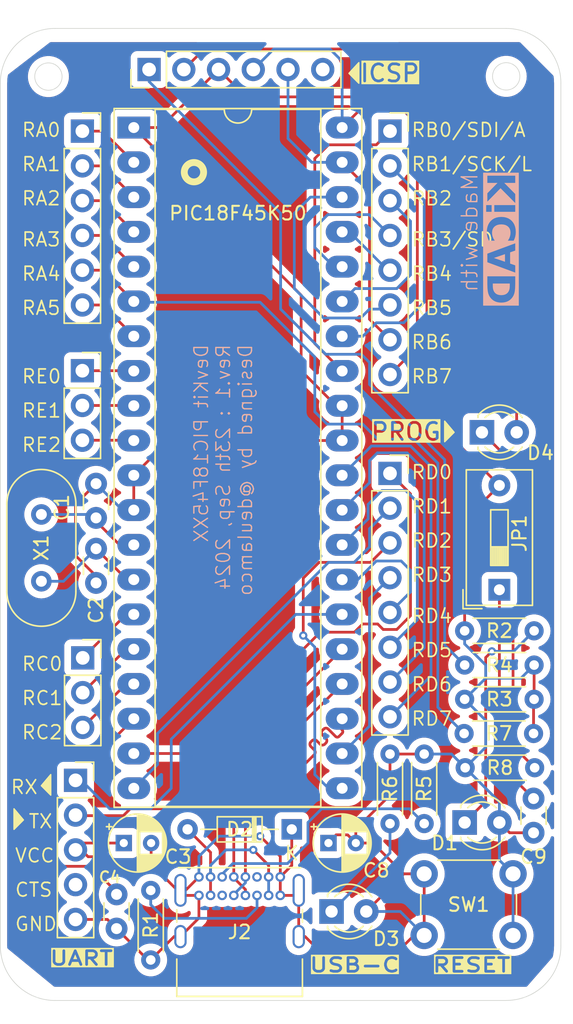
<source format=kicad_pcb>
(kicad_pcb (version 20240108) (generator "pcbnew") (generator_version "8.0")
  (layers (0 "F.Cu" signal) (31 "B.Cu" signal) (34 "B.Paste" user) (35 "F.Paste" user) (36 "B.SilkS" user "B.Silkscreen") (37 "F.SilkS" user "F.Silkscreen") (38 "B.Mask" user) (39 "F.Mask" user) (44 "Edge.Cuts" user))
  (net 0 "")
  (net 1 "Net-(D3-K)")
  (net 2 "/OSC1")
  (net 3 "GND")
  (net 4 "/OSC2")
  (net 5 "Net-(PIC18F45K50-VUSB3V3)")
  (net 6 "Net-(JP1-A)")
  (net 7 "Net-(D1-K)")
  (net 8 "/PGD")
  (net 9 "/PGC")
  (net 10 "/MCLR")
  (net 11 "/D+")
  (net 12 "/D-")
  (net 13 "Net-(J4-Pin_2)")
  (net 14 "Net-(J4-Pin_5)")
  (net 15 "Net-(J4-Pin_1)")
  (net 16 "Net-(J4-Pin_6)")
  (net 17 "Net-(J4-Pin_4)")
  (net 18 "Net-(J4-Pin_3)")
  (net 19 "Net-(J5-Pin_3)")
  (net 20 "Net-(J5-Pin_5)")
  (net 21 "Net-(J5-Pin_6)")
  (net 22 "Net-(J5-Pin_4)")
  (net 23 "Net-(J5-Pin_1)")
  (net 24 "Net-(J5-Pin_2)")
  (net 25 "Net-(J6-Pin_8)")
  (net 26 "Net-(J6-Pin_2)")
  (net 27 "Net-(J6-Pin_3)")
  (net 28 "Net-(J6-Pin_6)")
  (net 29 "Net-(J6-Pin_1)")
  (net 30 "Net-(J6-Pin_4)")
  (net 31 "Net-(J6-Pin_7)")
  (net 32 "Net-(J6-Pin_5)")
  (net 33 "Net-(J7-Pin_3)")
  (net 34 "Net-(J7-Pin_2)")
  (net 35 "Net-(J7-Pin_1)")
  (net 36 "Net-(J8-Pin_2)")
  (net 37 "Net-(J8-Pin_3)")
  (net 38 "Net-(J8-Pin_1)")
  (net 39 "Net-(J9-Pin_1)")
  (net 40 "Net-(J9-Pin_2)")
  (net 42 "Net-(J2-CC2)")
  (net 43 "Net-(J2-CC1)")
  (net 44 "Net-(D2-A)")
  (net 48 "Net-(D4-K)")
  (net 49 "Net-(D4-A)")
  (footprint "Connector_PinHeader_2.54mm:PinHeader_1x06_P2.54mm_Vertical" (layer "F.Cu") (at 78.88 29.5 90)
    (property "Reference" "J1" (hide yes))
    (property "Value" "PIC_ICSP_ICD")
  )
  (footprint "Resistor_THT:R_Axial_DIN0204_L3.6mm_D1.6mm_P5.08mm_Horizontal" (layer "F.Cu") (at 101.96 73)
    (property "Reference" "R4")
    (property "Value" "470")
  )
  (footprint "Capacitor_THT:CP_Radial_D4.0mm_P2.00mm" (layer "F.Cu") (at 77.027401 86)
    (property "Reference" "C3")
    (property "Value" "100nF")
  )
  (footprint "Resistor_THT:R_Axial_DIN0204_L3.6mm_D1.6mm_P5.08mm_Horizontal" (layer "F.Cu") (at 99 84.58 90)
    (property "Reference" "R5")
    (property "Value" "5.1k")
  )
  (footprint "Connector_PinSocket_2.54mm:PinSocket_1x08_P2.54mm_Vertical" (layer "F.Cu") (at 96.5 34)
    (property "Reference" "J5" (hide yes))
    (property "Value" "RB_PORT")
  )
  (footprint "Connector_PinSocket_2.54mm:PinSocket_1x05_P2.54mm_Vertical" (layer "F.Cu") (at 73.5 81.42)
    (property "Reference" "J9" (hide yes))
    (property "Value" "2P_UART")
  )
  (footprint "Resistor_THT:R_Axial_DIN0204_L3.6mm_D1.6mm_P5.08mm_Horizontal" (layer "F.Cu") (at 96.5 84.58 90)
    (property "Reference" "R6")
    (property "Value" "330")
  )
  (footprint "LED_THT:LED_D3.0mm_FlatTop" (layer "F.Cu") (at 103.225 56)
    (property "Reference" "D4")
    (property "Value" "LED_VDD")
  )
  (footprint "Connector_PinSocket_2.54mm:PinSocket_1x03_P2.54mm_Vertical" (layer "F.Cu") (at 74.025 72.475)
    (property "Reference" "J7" (hide yes))
    (property "Value" "RC_PORT")
  )
  (footprint "Package_DIP:DIP-40_W15.24mm_Socket_LongPads" (layer "F.Cu") (at 77.76 33.74)
    (property "Reference" "PIC18F45K50")
    (property "Value" "PIC18F45K50-I/P")
  )
  (footprint "Resistor_THT:R_Axial_DIN0204_L3.6mm_D1.6mm_P5.08mm_Horizontal" (layer "F.Cu") (at 107.04 70.5 180)
    (property "Reference" "R2")
    (property "Value" "330")
  )
  (footprint "Capacitor_THT:C_Disc_D3.0mm_W1.6mm_P2.50mm" (layer "F.Cu") (at 107 85.25 90)
    (property "Reference" "C9")
    (property "Value" "0.1uF")
  )
  (footprint "Capacitor_THT:C_Disc_D3.0mm_W1.6mm_P2.50mm" (layer "F.Cu") (at 75 62.25 90)
    (property "Reference" "C1")
    (property "Value" "22pF")
  )
  (footprint "Crystal:Crystal_HC49-4H_Vertical" (layer "F.Cu") (at 71 66.88 90)
    (property "Reference" "X1")
    (property "Value" "16MHz")
  )
  (footprint "Button_Switch_THT:SW_DIP_SPSTx01_Slide_9.78x4.72mm_W7.62mm_P2.54mm" (layer "F.Cu") (at 104.5 67.5 90)
    (property "Reference" "JP1")
    (property "Value" "JP_MLCR")
  )
  (footprint "Diode_THT:D_DO-34_SOD68_P7.62mm_Horizontal" (layer "F.Cu") (at 89.315 85 180)
    (property "Reference" "D2")
    (property "Value" "D_Schottky")
  )
  (footprint "Connector_PinSocket_2.54mm:PinSocket_1x03_P2.54mm_Vertical" (layer "F.Cu") (at 74 51.5)
    (property "Reference" "J8" (hide yes))
    (property "Value" "RE_PORT")
  )
  (footprint "Capacitor_THT:C_Disc_D3.0mm_W1.6mm_P2.50mm" (layer "F.Cu") (at 76.5 92.25 90)
    (property "Reference" "C4")
    (property "Value" "100nF")
  )
  (footprint "Capacitor_THT:C_Disc_D3.0mm_W1.6mm_P2.50mm" (layer "F.Cu") (at 75 64.5 -90)
    (property "Reference" "C2")
    (property "Value" "22pF")
  )
  (footprint "Resistor_THT:R_Axial_DIN0204_L3.6mm_D1.6mm_P5.08mm_Horizontal" (layer "F.Cu") (at 79 89.46 -90)
    (property "Reference" "R1")
    (property "Value" "5.1k")
  )
  (footprint "LED_THT:LED_D3.0mm_FlatTop" (layer "F.Cu") (at 92.225 91)
    (property "Reference" "D3")
    (property "Value" "LED_PWR")
  )
  (footprint "Button_Switch_THT:SW_PUSH_6mm" (layer "F.Cu") (at 99 88.25)
    (property "Reference" "SW1")
    (property "Value" "SW_DIP")
  )
  (footprint "Connector_USB:USB_C_Receptacle_GCT_USB4085" (layer "F.Cu") (at 82.525 88.475)
    (property "Reference" "J2")
    (property "Value" "USB_C_Receptacle_USB2.0_16P")
  )
  (footprint "Resistor_THT:R_Axial_DIN0204_L3.6mm_D1.6mm_P5.08mm_Horizontal" (layer "F.Cu") (at 101.96 75.5)
    (property "Reference" "R3")
    (property "Value" "10k")
  )
  (footprint "Connector_PinSocket_2.54mm:PinSocket_1x06_P2.54mm_Vertical" (layer "F.Cu") (at 74 34)
    (property "Reference" "J4" (hide yes))
    (property "Value" "RA_PORT")
  )
  (footprint "Resistor_THT:R_Axial_DIN0204_L3.6mm_D1.6mm_P5.08mm_Horizontal" (layer "F.Cu") (at 102 80.5)
    (property "Reference" "R8")
    (property "Value" "330")
  )
  (footprint "Capacitor_THT:CP_Radial_D4.0mm_P2.00mm" (layer "F.Cu") (at 92 86)
    (property "Reference" "C8")
    (property "Value" "100nF")
  )
  (footprint "LED_THT:LED_D3.0mm_FlatTop" (layer "F.Cu") (at 101.96 84.5)
    (property "Reference" "D1")
    (property "Value" "LED_RST")
  )
  (footprint "Connector_PinSocket_2.54mm:PinSocket_1x08_P2.54mm_Vertical" (layer "F.Cu") (at 96.5 59)
    (property "Reference" "J6" (hide yes))
    (property "Value" "RD_PORT")
  )
  (footprint "Resistor_THT:R_Axial_DIN0204_L3.6mm_D1.6mm_P5.08mm_Horizontal" (layer "F.Cu") (at 107 78 180)
    (property "Reference" "R7")
    (property "Value" "10k")
  )
  (gr_circle (center 82.160676 37) (end 82.867783 37) (stroke (width 0.5)) (fill none) (layer "F.SilkS"))
  (gr_poly (pts (xy 100.5 56.686687) (xy 101.186687 56) (xy 100.5 55.186687)) (stroke (width 0.1)) (fill solid) (layer "F.SilkS"))
  (gr_poly (pts (xy 71.686687 82.5) (xy 71 81.813313) (xy 71.686687 81)) (stroke (width 0.1)) (fill solid) (layer "F.SilkS"))
  (gr_poly (pts (xy 69 85) (xy 69.686687 84.313313) (xy 69 83.5)) (stroke (width 0.1)) (fill solid) (layer "F.SilkS"))
  (gr_poly (pts (xy 94.21881 30.5) (xy 93.5 29.78119) (xy 94.21881 29)) (stroke (width 0.1)) (fill solid) (layer "F.SilkS"))
  (gr_circle (center 71.516361 30.016361) (end 72.516361 30.016361) (stroke (width 0.05)) (fill none) (layer "Edge.Cuts"))
  (gr_arc (start 68 30.5) (mid 69.171573 27.671573) (end 72 26.5) (stroke (width 0.05)) (layer "Edge.Cuts"))
  (gr_line (start 68 93.5) (end 68 30.5) (stroke (width 0.05)) (layer "Edge.Cuts"))
  (gr_arc (start 72 97.5) (mid 69.171573 96.328427) (end 68 93.5) (stroke (width 0.05)) (layer "Edge.Cuts"))
  (gr_line (start 105 97.5) (end 72 97.5) (stroke (width 0.05)) (layer "Edge.Cuts"))
  (gr_arc (start 109 93.5) (mid 107.831707 96.324645) (end 105.008274 97.495862) (stroke (width 0.05)) (layer "Edge.Cuts"))
  (gr_arc (start 105 26.5) (mid 107.828427 27.671573) (end 109 30.5) (stroke (width 0.05)) (layer "Edge.Cuts"))
  (gr_line (start 72 26.5) (end 105 26.5) (stroke (width 0.05)) (layer "Edge.Cuts"))
  (gr_line (start 109 30.5) (end 109 93.5) (stroke (width 0.05)) (layer "Edge.Cuts"))
  (gr_circle (center 105 30) (end 106 30) (stroke (width 0.05)) (fill none) (layer "Edge.Cuts"))
  (gr_text "Made with" (at 103 37 90) (layer "B.SilkS") (effects (font (size 1.15 1.15) (thickness 0.1)) (justify left bottom mirror)))
  (gr_text "KiCAD" (at 106 37 90) (layer "B.SilkS" knockout) (effects (font (size 2 2) (thickness 0.2) (bold yes)) (justify left bottom mirror)))
  (gr_text "DevKit PIC18F45XX\nRev.1 : 23th Sep, 2024\nDesigned by @deulamco" (at 86.5 49.5 90) (layer "B.SilkS") (effects (font (size 1 1) (thickness 0.1)) (justify left bottom mirror)))
  (gr_text "RA5" (at 69.5 47.5 0) (layer "F.SilkS") (effects (font (size 1 1) (thickness 0.125)) (justify left bottom)))
  (gr_text "RD2" (at 98 64.5 0) (layer "F.SilkS") (effects (font (size 1 1) (thickness 0.125)) (justify left bottom)))
  (gr_text "RE0" (at 69.5 52.5 0) (layer "F.SilkS") (effects (font (size 1 1) (thickness 0.125)) (justify left bottom)))
  (gr_text "RD4" (at 98 70 0) (layer "F.SilkS") (effects (font (size 1 1) (thickness 0.125)) (justify left bottom)))
  (gr_text "TX" (at 70 85 0) (layer "F.SilkS") (effects (font (size 1 1) (thickness 0.125)) (justify left bottom)))
  (gr_text "CTS" (at 69 90 0) (layer "F.SilkS") (effects (font (size 1 1) (thickness 0.125)) (justify left bottom)))
  (gr_text "UART" (at 71.5 95 0) (layer "F.SilkS" knockout) (effects (font (size 1 1.25) (thickness 0.2) (bold yes)) (justify left bottom)))
  (gr_text "RA4" (at 69.5 45 0) (layer "F.SilkS") (effects (font (size 1 1) (thickness 0.125)) (justify left bottom)))
  (gr_text "RD3" (at 98 67 0) (layer "F.SilkS") (effects (font (size 1 1) (thickness 0.125)) (justify left bottom)))
  (gr_text "RB3/SDO" (at 98 42.5 0) (layer "F.SilkS") (effects (font (size 1 1) (thickness 0.125)) (justify left bottom)))
  (gr_text "RD6" (at 98 75 0) (layer "F.SilkS") (effects (font (size 1 1) (thickness 0.125)) (justify left bottom)))
  (gr_text "RA1" (at 69.5 37 0) (layer "F.SilkS") (effects (font (size 1 1) (thickness 0.125)) (justify left bottom)))
  (gr_text "RB4" (at 98 45 0) (layer "F.SilkS") (effects (font (size 1 1) (thickness 0.125)) (justify left bottom)))
  (gr_text "RB5" (at 98 47.5 0) (layer "F.SilkS") (effects (font (size 1 1) (thickness 0.125)) (justify left bottom)))
  (gr_text "RD1" (at 98 62 0) (layer "F.SilkS") (effects (font (size 1 1) (thickness 0.125)) (justify left bottom)))
  (gr_text "RC0" (at 69.5 73.5 0) (layer "F.SilkS") (effects (font (size 1 1) (thickness 0.125)) (justify left bottom)))
  (gr_text "RA2" (at 69.5 39.5 0) (layer "F.SilkS") (effects (font (size 1 1) (thickness 0.125)) (justify left bottom)))
  (gr_text "RC1" (at 69.5 76 0) (layer "F.SilkS") (effects (font (size 1 1) (thickness 0.125)) (justify left bottom)))
  (gr_text "RX" (at 68.686687 82.5 0) (layer "F.SilkS") (effects (font (size 1 1) (thickness 0.125)) (justify left bottom)))
  (gr_text "RE2" (at 69.5 57.5 0) (layer "F.SilkS") (effects (font (size 1 1) (thickness 0.125)) (justify left bottom)))
  (gr_text "RESET" (at 99.5 95.5 0) (layer "F.SilkS" knockout) (effects (font (size 1 1.25) (thickness 0.2) (bold yes)) (justify left bottom)))
  (gr_text "RB2" (at 98 39.5 0) (layer "F.SilkS") (effects (font (size 1 1) (thickness 0.125)) (justify left bottom)))
  (gr_text "VCC" (at 69 87.5 0) (layer "F.SilkS") (effects (font (size 1 1) (thickness 0.125)) (justify left bottom)))
  (gr_text "RD0" (at 98 59.5 0) (layer "F.SilkS") (effects (font (size 1 1) (thickness 0.125)) (justify left bottom)))
  (gr_text "PROG" (at 95 56.686687 0) (layer "F.SilkS" knockout) (effects (font (size 1.25 1.25) (thickness 0.2) (bold yes)) (justify left bottom)))
  (gr_text "RE1" (at 69.5 55 0) (layer "F.SilkS") (effects (font (size 1 1) (thickness 0.125)) (justify left bottom)))
  (gr_text "ICSP" (at 94.21881 30.5 0) (layer "F.SilkS" knockout) (effects (font (size 1.25 1.25) (thickness 0.2) (bold yes)) (justify left bottom)))
  (gr_text "GND" (at 69 92.5 0) (layer "F.SilkS") (effects (font (size 1 1) (thickness 0.125)) (justify left bottom)))
  (gr_text "RA3" (at 69.5 42.5 0) (layer "F.SilkS") (effects (font (size 1 1) (thickness 0.125)) (justify left bottom)))
  (gr_text "RA0" (at 69.5 34.5 0) (layer "F.SilkS") (effects (font (size 1 1) (thickness 0.125)) (justify left bottom)))
  (gr_text "RC2" (at 69.5 78.5 0) (layer "F.SilkS") (effects (font (size 1 1) (thickness 0.125)) (justify left bottom)))
  (gr_text "RB0/SDI/A" (at 98 34.5 0) (layer "F.SilkS") (effects (font (size 1 1) (thickness 0.125)) (justify left bottom)))
  (gr_text "RB6" (at 98 50 0) (layer "F.SilkS") (effects (font (size 1 1) (thickness 0.125)) (justify left bottom)))
  (gr_text "RD5" (at 98 72.5 0) (layer "F.SilkS") (effects (font (size 1 1) (thickness 0.125)) (justify left bottom)))
  (gr_text "USB-C" (at 90.5 95.5 0) (layer "F.SilkS" knockout) (effects (font (size 1 1.25) (thickness 0.2) (bold yes)) (justify left bottom)))
  (gr_text "RD7" (at 98 77.5 0) (layer "F.SilkS") (effects (font (size 1 1) (thickness 0.125)) (justify left bottom)))
  (gr_text "RB7" (at 98 52.5 0) (layer "F.SilkS") (effects (font (size 1 1) (thickness 0.125)) (justify left bottom)))
  (gr_text "RB1/SCK/L" (at 98 37 0) (layer "F.SilkS") (effects (font (size 1 1) (thickness 0.125)) (justify left bottom)))
  (segment (start 96.5 84.58) (end 96.5 86.725) (width 0.2) (layer "B.Cu") (net 1))
  (segment (start 96.5 86.725) (end 92.225 91) (width 0.2) (layer "B.Cu") (net 1))
  (segment (start 75 62.5) (end 76.72 64.22) (width 0.2) (layer "F.Cu") (net 2))
  (segment (start 75 62.25) (end 75 62.5) (width 0.2) (layer "F.Cu") (net 2))
  (segment (start 76.72 64.22) (end 77.76 64.22) (width 0.2) (layer "F.Cu") (net 2))
  (segment (start 74.75 62) (end 71 62) (width 0.2) (layer "B.Cu") (net 2))
  (segment (start 75 62.25) (end 74.75 62) (width 0.2) (layer "B.Cu") (net 2))
  (segment (start 94 85) (end 96.5 82.5) (width 0.2) (layer "F.Cu") (net 3))
  (segment (start 96.46 94.54) (end 99 92) (width 0.2) (layer "F.Cu") (net 3))
  (segment (start 90 45.98) (end 90 51.5) (width 0.2) (layer "F.Cu") (net 3))
  (segment (start 79.5 87.5) (end 79.5 88) (width 0.2) (layer "F.Cu") (net 3))
  (segment (start 104.5 59.88) (end 100.5 55.88) (width 0.2) (layer "F.Cu") (net 3))
  (segment (start 73.5 61.25) (end 75 59.75) (width 0.2) (layer "F.Cu") (net 3))
  (segment (start 101.96 62.42) (end 104.5 59.88) (width 0.2) (layer "F.Cu") (net 3))
  (segment (start 94 86) (end 94 85) (width 0.2) (layer "F.Cu") (net 3))
  (segment (start 75 67) (end 75 66.5) (width 0.2) (layer "F.Cu") (net 3))
  (segment (start 79.027401 87.027401) (end 79.5 87.5) (width 0.2) (layer "F.Cu") (net 3))
  (segment (start 81.175 89.455) (end 81.545 89.455) (width 0.2) (layer "F.Cu") (net 3))
  (segment (start 79.027401 86) (end 79.027401 87.027401) (width 0.2) (layer "F.Cu") (net 3))
  (segment (start 100.5 34) (end 98 31.5) (width 0.2) (layer "F.Cu") (net 3))
  (segment (start 74 86) (end 73.5 86.5) (width 0.2) (layer "F.Cu") (net 3))
  (segment (start 78.79 94.54) (end 79 94.54) (width 0.2) (layer "F.Cu") (net 3))
  (segment (start 75.83 91.58) (end 76.5 92.25) (width 0.2) (layer "F.Cu") (net 3))
  (segment (start 107 85.25) (end 105.25 85.25) (width 0.2) (layer "F.Cu") (net 3))
  (segment (start 96.5 82.5) (end 96.5 79.5) (width 0.2) (layer "F.Cu") (net 3))
  (segment (start 73.5 91.58) (end 75.83 91.58) (width 0.2) (layer "F.Cu") (net 3))
  (segment (start 81.175 92.825) (end 82.525 91.475) (width 0.2) (layer "F.Cu") (net 3))
  (segment (start 100.5 55.88) (end 100.5 34) (width 0.2) (layer "F.Cu") (net 3))
  (segment (start 90.295 92.835) (end 92 94.54) (width 0.2) (layer "F.Cu") (net 3))
  (segment (start 89.825 92.835) (end 90.295 92.835) (width 0.2) (layer "F.Cu") (net 3))
  (segment (start 81.175 92.835) (end 81.175 92.825) (width 0.2) (layer "F.Cu") (net 3))
  (segment (start 75 87) (end 74.42 87) (width 0.2) (layer "F.Cu") (net 3))
  (segment (start 97.5 88.25) (end 95.25 86) (width 0.2) (layer "F.Cu") (net 3))
  (segment (start 82.525 89.825) (end 81.545 89.825) (width 0.2) (layer "F.Cu") (net 3))
  (segment (start 77.76 33.16) (end 77.76 33.74) (width 0.2) (layer "F.Cu") (net 3))
  (segment (start 101.96 70.5) (end 101.96 62.42) (width 0.2) (layer "F.Cu") (net 3))
  (segment (start 94.765 91) (end 97.515 88.25) (width 0.2) (layer "F.Cu") (net 3))
  (segment (start 95.25 86) (end 94 86) (width 0.2) (layer "F.Cu") (net 3))
  (segment (start 85.96 31.5) (end 83.96 29.5) (width 0.2) (layer "F.Cu") (net 3))
  (segment (start 79.72 33.74) (end 77.76 33.74) (width 0.2) (layer "F.Cu") (net 3))
  (segment (start 98 31.5) (end 85.96 31.5) (width 0.2) (layer "F.Cu") (net 3))
  (segment (start 75 66.5) (end 73.5 65) (width 0.2) (layer "F.Cu") (net 3))
  (segment (start 93.4 85.4) (end 92.565025 85.4) (width 0.2) (layer "F.Cu") (net 3))
  (segment (start 89.825 89.455) (end 89.825 92.835) (width 0.2) (layer "F.Cu") (net 3))
  (segment (start 83.96 29.5) (end 79.72 33.74) (width 0.2) (layer "F.Cu") (net 3))
  (segment (start 80.955 89.455) (end 79.5 88) (width 0.2) (layer "F.Cu") (net 3))
  (segment (start 76 88) (end 75 87) (width 0.2) (layer "F.Cu") (net 3))
  (segment (start 92 94.54) (end 96.46 94.54) (width 0.2) (layer "F.Cu") (net 3))
  (segment (start 107 76) (end 107 78) (width 0.2) (layer "F.Cu") (net 3))
  (segment (start 105.25 85.25) (end 104.5 84.5) (width 0.2) (layer "F.Cu") (net 3))
  (segment (start 80.3 56.6) (end 77.76 59.14) (width 0.2) (layer "F.Cu") (net 3))
  (segment (start 77.76 33.74) (end 90 45.98) (width 0.2) (layer "F.Cu") (net 3))
  (segment (start 88.475 89.825) (end 89.455 89.825) (width 0.2) (layer "F.Cu") (net 3))
  (segment (start 92.565025 85.4) (end 92 85.965025) (width 0.2) (layer "F.Cu") (net 3))
  (segment (start 99 88.25) (end 97.5 88.25) (width 0.2) (layer "F.Cu") (net 3))
  (segment (start 75.24 66.76) (end 75 67) (width 0.2) (layer "F.Cu") (net 3))
  (segment (start 79.5 88) (end 76 88) (width 0.2) (layer "F.Cu") (net 3))
  (segment (start 99 79.5) (end 96.5 79.5) (width 0.2) (layer "F.Cu") (net 3))
  (segment (start 80.705 92.835) (end 81.175 92.835) (width 0.2) (layer "F.Cu") (net 3))
  (segment (start 74.42 87) (end 74 86.58) (width 0.2) (layer "F.Cu") (net 3))
  (segment (start 90 51.5) (end 92.56 54.06) (width 0.2) (layer "F.Cu") (net 3))
  (segment (start 89.315 85) (end 89.315 87.635) (width 0.2) (layer "F.Cu") (net 3))
  (segment (start 93 56.6) (end 80.3 56.6) (width 0.2) (layer "F.Cu") (net 3))
  (segment (start 107.04 75.5) (end 107.04 75.96) (width 0.2) (layer "F.Cu") (net 3))
  (segment (start 99 92) (end 99 88.25) (width 0.2) (layer "F.Cu") (net 3))
  (segment (start 79 94.54) (end 80.705 92.835) (width 0.2) (layer "F.Cu") (net 3))
  (segment (start 104.5 59.5) (end 104.5 59.925) (width 0.2) (layer "F.Cu") (net 3))
  (segment (start 89.315 87.635) (end 88.475 88.475) (width 0.2) (layer "F.Cu") (net 3))
  (segment (start 97.515 88.25) (end 99 88.25) (width 0.2) (layer "F.Cu") (net 3))
  (segment (start 81.545 89.825) (end 81.175 89.455) (width 0.2) (layer "F.Cu") (net 3))
  (segment (start 93 54.06) (end 93 56.6) (width 0.2) (layer "F.Cu") (net 3))
  (segment (start 107.04 75.96) (end 107 76) (width 0.2) (layer "F.Cu") (net 3))
  (segment (start 107 75.54) (end 107.04 75.5) (width 0.2) (layer "F.Cu") (net 3))
  (segment (start 92 85.965025) (end 92 86) (width 0.2) (layer "F.Cu") (net 3))
  (segment (start 94 86) (end 93.4 85.4) (width 0.2) (layer "F.Cu") (net 3))
  (segment (start 77.027401 86) (end 74 86) (width 0.2) (layer "F.Cu") (net 3))
  (segment (start 73.5 65) (end 73.5 61.25) (width 0.2) (layer "F.Cu") (net 3))
  (segment (start 88.475 88.475) (end 88.475 89.825) (width 0.2) (layer "F.Cu") (net 3))
  (segment (start 89.455 89.825) (end 89.825 89.455) (width 0.2) (layer "F.Cu") (net 3))
  (segment (start 87 85.5) (end 88.475 86.975) (width 0.2) (layer "F.Cu") (net 3))
  (segment (start 92.56 54.06) (end 93 54.06) (width 0.2) (layer "F.Cu") (net 3))
  (segment (start 82.525 91.475) (end 82.525 89.825) (width 0.2) (layer "F.Cu") (net 3))
  (segment (start 77.76 59.14) (end 77.76 61.68) (width 0.2) (layer "F.Cu") (net 3))
  (segment (start 76.5 92.25) (end 78.79 94.54) (width 0.2) (layer "F.Cu") (net 3))
  (segment (start 88.475 86.975) (end 88.475 88.475) (width 0.2) (layer "F.Cu") (net 3))
  (segment (start 81.175 89.455) (end 80.955 89.455) (width 0.2) (layer "F.Cu") (net 3))
  (segment (start 81.545 89.455) (end 82.525 88.475) (width 0.2) (layer "F.Cu") (net 3))
  (segment (start 107.04 75.5) (end 107.04 73) (width 0.2) (layer "F.Cu") (net 3))
  (via (at 87 85.5) (size 0.6) (drill 0.3) (layers "F.Cu" "B.Cu") (net 3))
  (segment (start 104.5 87.25) (end 104.5 84.5) (width 0.2) (layer "B.Cu") (net 3))
  (segment (start 106.08 73.96) (end 103.5 73.96) (width 0.2) (layer "B.Cu") (net 3))
  (segment (start 99 79.5) (end 101 79.5) (width 0.2) (layer "B.Cu") (net 3))
  (segment (start 101.96 71.46) (end 103.5 73) (width 0.2) (layer "B.Cu") (net 3))
  (segment (start 104.5 83) (end 104.5 84.5) (width 0.2) (layer "B.Cu") (net 3))
  (segment (start 103.5 73) (end 103.5 73.96) (width 0.2) (layer "B.Cu") (net 3))
  (segment (start 97.25 91) (end 99 92.75) (width 0.2) (layer "B.Cu") (net 3))
  (segment (start 94.765 91) (end 97.25 91) (width 0.2) (layer "B.Cu") (net 3))
  (segment (start 105.5 88.25) (end 104.5 87.25) (width 0.2) (layer "B.Cu") (net 3))
  (segment (start 107.04 73) (end 106.08 73.96) (width 0.2) (layer "B.Cu") (net 3))
  (segment (start 102 80.5) (end 104.5 83) (width 0.2) (layer "B.Cu") (net 3))
  (segment (start 103.5 73.96) (end 101.96 75.5) (width 0.2) (layer "B.Cu") (net 3))
  (segment (start 76.93 61.68) (end 75 59.75) (width 0.2) (layer "B.Cu") (net 3))
  (segment (start 105.5 92.75) (end 105.5 88.25) (width 0.2) (layer "B.Cu") (net 3))
  (segment (start 82.525 86.975) (end 82.525 88.475) (width 0.2) (layer "B.Cu") (net 3))
  (segment (start 84 85.5) (end 82.525 86.975) (width 0.2) (layer "B.Cu") (net 3))
  (segment (start 101.96 70.5) (end 101.96 71.46) (width 0.2) (layer "B.Cu") (net 3))
  (segment (start 87 85.5) (end 84 85.5) (width 0.2) (layer "B.Cu") (net 3))
  (segment (start 103.5 77.04) (end 101.96 75.5) (width 0.2) (layer "B.Cu") (net 3))
  (segment (start 101 79.5) (end 102 80.5) (width 0.2) (layer "B.Cu") (net 3))
  (segment (start 102 80.5) (end 103.5 79) (width 0.2) (layer "B.Cu") (net 3))
  (segment (start 77.76 61.68) (end 77.76 61.74) (width 0.2) (layer "B.Cu") (net 3))
  (segment (start 103.5 79) (end 103.5 77.04) (width 0.2) (layer "B.Cu") (net 3))
  (segment (start 77.76 61.68) (end 76.93 61.68) (width 0.2) (layer "B.Cu") (net 3))
  (segment (start 77.64 66.88) (end 77.76 66.76) (width 0.2) (layer "F.Cu") (net 4))
  (segment (start 77.76 66.76) (end 77.26 66.76) (width 0.2) (layer "F.Cu") (net 4))
  (segment (start 77.26 66.76) (end 75 64.5) (width 0.2) (layer "F.Cu") (net 4))
  (segment (start 72.62 66.88) (end 71 66.88) (width 0.2) (layer "B.Cu") (net 4))
  (segment (start 71 66.88) (end 71.12 67) (width 0.2) (layer "B.Cu") (net 4))
  (segment (start 74.752513 64.747487) (end 72.62 66.88) (width 0.2) (layer "B.Cu") (net 4))
  (segment (start 76.425026 89.5) (end 74.625026 87.7) (width 0.2) (layer "F.Cu") (net 5))
  (segment (start 77.76 76.92) (end 77.08 76.92) (width 0.2) (layer "F.Cu") (net 5))
  (segment (start 72.6 87.7) (end 72 87.1) (width 0.2) (layer "F.Cu") (net 5))
  (segment (start 76.5 89.75) (end 76.5 89.5) (width 0.2) (layer "F.Cu") (net 5))
  (segment (start 76.5 89.5) (end 76.425026 89.5) (width 0.2) (layer "F.Cu") (net 5))
  (segment (start 72 80) (end 72.5 79.5) (width 0.2) (layer "F.Cu") (net 5))
  (segment (start 72.5 79.5) (end 75.18 79.5) (width 0.2) (layer "F.Cu") (net 5))
  (segment (start 75.18 79.5) (end 77.76 76.92) (width 0.2) (layer "F.Cu") (net 5))
  (segment (start 72 87.1) (end 72 80) (width 0.2) (layer "F.Cu") (net 5))
  (segment (start 74.625026 87.7) (end 72.6 87.7) (width 0.2) (layer "F.Cu") (net 5))
  (segment (start 107 82.75) (end 104.5 80.25) (width 0.2) (layer "F.Cu") (net 6))
  (segment (start 104.5 80.25) (end 104.5 67.5) (width 0.2) (layer "F.Cu") (net 6))
  (segment (start 103.95 72) (end 103.5 72.45) (width 0.2) (layer "F.Cu") (net 7))
  (segment (start 103.5 82.96) (end 101.96 84.5) (width 0.2) (layer "F.Cu") (net 7))
  (segment (start 103.5 72.45) (end 103.5 82.96) (width 0.2) (layer "F.Cu") (net 7))
  (via (at 103.95 72) (size 0.6) (drill 0.3) (layers "F.Cu" "B.Cu") (net 7))
  (segment (start 103.95 72) (end 105.54 72) (width 0.2) (layer "B.Cu") (net 7))
  (segment (start 105.54 72) (end 107.04 70.5) (width 0.2) (layer "B.Cu") (net 7))
  (segment (start 98.5 33.5) (end 97.5 32.5) (width 0.2) (layer "F.Cu") (net 8))
  (segment (start 94.24 32.5) (end 93 33.74) (width 0.2) (layer "F.Cu") (net 8))
  (segment (start 96.5 51.78) (end 98.5 49.78) (width 0.2) (layer "F.Cu") (net 8))
  (segment (start 98.5 49.78) (end 98.5 33.5) (width 0.2) (layer "F.Cu") (net 8))
  (segment (start 97.5 32.5) (end 94.24 32.5) (width 0.2) (layer "F.Cu") (net 8))
  (segment (start 86.5 29.5) (end 88 28) (width 0.2) (layer "B.Cu") (net 8))
  (segment (start 88 28) (end 92.103173 28) (width 0.2) (layer "B.Cu") (net 8))
  (segment (start 93 28.896827) (end 93 33.74) (width 0.2) (layer "B.Cu") (net 8))
  (segment (start 92.103173 28) (end 93 28.896827) (width 0.2) (layer "B.Cu") (net 8))
  (segment (start 95 47.74) (end 96.5 49.24) (width 0.2) (layer "F.Cu") (net 9))
  (segment (start 93 36.28) (end 95 38.28) (width 0.2) (layer "F.Cu") (net 9))
  (segment (start 95 38.28) (end 95 47.74) (width 0.2) (layer "F.Cu") (net 9))
  (segment (start 89.04 34.54) (end 90.78 36.28) (width 0.2) (layer "B.Cu") (net 9))
  (segment (start 89.04 29.5) (end 89.04 34.54) (width 0.2) (layer "B.Cu") (net 9))
  (segment (start 90.78 36.28) (end 93 36.28) (width 0.2) (layer "B.Cu") (net 9))
  (segment (start 100.5 71.54) (end 100.5 58) (width 0.2) (layer "B.Cu") (net 10))
  (segment (start 91.8 50.3) (end 88.5 47) (width 0.2) (layer "B.Cu") (net 10))
  (segment (start 78.88 30.38) (end 78.88 29.5) (width 0.2) (layer "B.Cu") (net 10))
  (segment (start 88.5 47) (end 88.5 40) (width 0.2) (layer "B.Cu") (net 10))
  (segment (start 95 52.5) (end 95 50.897538) (width 0.2) (layer "B.Cu") (net 10))
  (segment (start 88.5 40) (end 78.88 30.38) (width 0.2) (layer "B.Cu") (net 10))
  (segment (start 94.402462 50.3) (end 91.97 50.3) (width 0.2) (layer "B.Cu") (net 10))
  (segment (start 101.96 73) (end 100.5 71.54) (width 0.2) (layer "B.Cu") (net 10))
  (segment (start 100.5 58) (end 95 52.5) (width 0.2) (layer "B.Cu") (net 10))
  (segment (start 95 50.897538) (end 94.402462 50.3) (width 0.2) (layer "B.Cu") (net 10))
  (segment (start 92 50.3) (end 91.8 50.3) (width 0.2) (layer "B.Cu") (net 10))
  (segment (start 92.986576 74.393424) (end 85.075 82.305) (width 0.2) (layer "F.Cu") (net 11))
  (segment (start 85.075 82.305) (end 85.075 88.290595) (width 0.2) (layer "F.Cu") (net 11))
  (segment (start 85.075 88.290595) (end 85.075 88.475) (width 0.2) (layer "F.Cu") (net 11))
  (segment (start 85.075 88.475) (end 85.075 88.544239) (width 0.2) (layer "F.Cu") (net 11))
  (segment (start 93 74.38) (end 92.986576 74.393424) (width 0.2) (layer "F.Cu") (net 11))
  (segment (start 85.075 88.544239) (end 85.925 89.394239) (width 0.2) (layer "F.Cu") (net 11))
  (segment (start 85.925 89.394239) (end 85.925 89.825) (width 0.2) (layer "F.Cu") (net 11))
  (segment (start 91.561574 78.102407) (end 91.812059 78.352892) (width 0.2) (layer "F.Cu") (net 12))
  (segment (start 85.925 87.975) (end 85.925 88.475) (width 0.2) (layer "F.Cu") (net 12))
  (segment (start 91.727207 78.777157) (end 91.727207 78.777158) (width 0.2) (layer "F.Cu") (net 12))
  (segment (start 90.7979 78.526674) (end 90.713047 78.611526) (width 0.2) (layer "F.Cu") (net 12))
  (segment (start 90.878678 79.625686) (end 85.925 84.579365) (width 0.2) (layer "F.Cu") (net 12))
  (segment (start 91.387795 78.777158) (end 91.137311 78.526674) (width 0.2) (layer "F.Cu") (net 12))
  (segment (start 92.406032 78.098337) (end 91.985838 77.678143) (width 0.2) (layer "F.Cu") (net 12))
  (segment (start 91.646427 77.678143) (end 91.561574 77.762995) (width 0.2) (layer "F.Cu") (net 12))
  (segment (start 90.713047 78.950938) (end 90.96353 79.201421) (width 0.2) (layer "F.Cu") (net 12))
  (segment (start 93 76.92) (end 93 77.212183) (width 0.2) (layer "F.Cu") (net 12))
  (segment (start 92.525815 78.21812) (end 92.406032 78.098337) (width 0.2) (layer "F.Cu") (net 12))
  (segment (start 93 77.983501) (end 92.765381 78.218121) (width 0.2) (layer "F.Cu") (net 12))
  (segment (start 91.812059 78.692303) (end 91.727207 78.777157) (width 0.2) (layer "F.Cu") (net 12))
  (segment (start 93 77.212183) (end 93 77.504365) (width 0.2) (layer "F.Cu") (net 12))
  (segment (start 85.925 84.579365) (end 85.925 87.975) (width 0.2) (layer "F.Cu") (net 12))
  (segment (start 90.96353 79.540832) (end 90.878678 79.625686) (width 0.2) (layer "F.Cu") (net 12))
  (arc (start 91.812059 78.352892) (mid 91.882353 78.522598) (end 91.812059 78.692303) (width 0.2) (layer "F.Cu") (net 12))
  (arc (start 91.985838 77.678143) (mid 91.816133 77.607848) (end 91.646427 77.678143) (width 0.2) (layer "F.Cu") (net 12))
  (arc (start 90.96353 79.201421) (mid 91.033824 79.371127) (end 90.96353 79.540832) (width 0.2) (layer "F.Cu") (net 12))
  (arc (start 91.137311 78.526674) (mid 90.967606 78.456379) (end 90.7979 78.526674) (width 0.2) (layer "F.Cu") (net 12))
  (arc (start 93 77.504365) (mid 92.950384 77.624149) (end 93 77.743933) (width 0.2) (layer "F.Cu") (net 12))
  (arc (start 91.561574 77.762995) (mid 91.491279 77.932701) (end 91.561574 78.102407) (width 0.2) (layer "F.Cu") (net 12))
  (arc (start 91.727207 78.777158) (mid 91.557501 78.847453) (end 91.387795 78.777158) (width 0.2) (layer "F.Cu") (net 12))
  (arc (start 90.713047 78.611526) (mid 90.642752 78.781232) (end 90.713047 78.950938) (width 0.2) (layer "F.Cu") (net 12))
  (arc (start 93 77.743933) (mid 93.049616 77.863717) (end 93 77.983501) (width 0.2) (layer "F.Cu") (net 12))
  (arc (start 92.765381 78.218121) (mid 92.645599 78.267736) (end 92.525815 78.21812) (width 0.2) (layer "F.Cu") (net 12))
  (segment (start 85.925 88.475) (end 85.925 88.905761) (width 0.2) (layer "B.Cu") (net 12))
  (segment (start 85.075 89.755761) (end 85.075 89.825) (width 0.2) (layer "B.Cu") (net 12))
  (segment (start 85.925 88.905761) (end 85.075 89.755761) (width 0.2) (layer "B.Cu") (net 12))
  (segment (start 75.48 36.54) (end 77.76 38.82) (width 0.2) (layer "F.Cu") (net 13))
  (segment (start 74 36.54) (end 75.48 36.54) (width 0.2) (layer "F.Cu") (net 13))
  (segment (start 74 44.16) (end 75.48 44.16) (width 0.2) (layer "F.Cu") (net 14))
  (segment (start 75.48 44.16) (end 77.76 46.44) (width 0.2) (layer "F.Cu") (net 14))
  (segment (start 91.9 55.4) (end 94.5 55.4) (width 0.2) (layer "B.Cu") (net 14))
  (segment (start 101.726213 77.806213) (end 101.726213 78.193787) (width 0.2) (layer "B.Cu") (net 14))
  (segment (start 100 76.08) (end 101.726213 77.806213) (width 0.2) (layer "B.Cu") (net 14))
  (segment (start 77.82 46.5) (end 87 46.5) (width 0.2) (layer "B.Cu") (net 14))
  (segment (start 100 58.252513) (end 100 76.08) (width 0.2) (layer "B.Cu") (net 14))
  (segment (start 94.5 55.4) (end 95.6 56.5) (width 0.2) (layer "B.Cu") (net 14))
  (segment (start 87 46.5) (end 91 50.5) (width 0.2) (layer "B.Cu") (net 14))
  (segment (start 91 50.5) (end 91 54.5) (width 0.2) (layer "B.Cu") (net 14))
  (segment (start 91 54.5) (end 91.9 55.4) (width 0.2) (layer "B.Cu") (net 14))
  (segment (start 77.76 46.44) (end 77.82 46.5) (width 0.2) (layer "B.Cu") (net 14))
  (segment (start 95.6 56.5) (end 98.247487 56.5) (width 0.2) (layer "B.Cu") (net 14))
  (segment (start 98.247487 56.5) (end 100 58.252513) (width 0.2) (layer "B.Cu") (net 14))
  (segment (start 74 34) (end 75.48 34) (width 0.2) (layer "F.Cu") (net 15))
  (segment (start 75.48 34) (end 77.76 36.28) (width 0.2) (layer "F.Cu") (net 15))
  (segment (start 75.48 46.7) (end 77.76 48.98) (width 0.2) (layer "F.Cu") (net 16))
  (segment (start 74 46.7) (end 75.48 46.7) (width 0.2) (layer "F.Cu") (net 16))
  (segment (start 74 41.62) (end 75.48 41.62) (width 0.2) (layer "F.Cu") (net 17))
  (segment (start 75.48 41.62) (end 77.76 43.9) (width 0.2) (layer "F.Cu") (net 17))
  (segment (start 75.48 39.08) (end 77.76 41.36) (width 0.2) (layer "F.Cu") (net 18))
  (segment (start 74 39.08) (end 75.48 39.08) (width 0.2) (layer "F.Cu") (net 18))
  (segment (start 98 44.5) (end 98 40.58) (width 0.2) (layer "B.Cu") (net 19))
  (segment (start 93.94 45.5) (end 97 45.5) (width 0.2) (layer "B.Cu") (net 19))
  (segment (start 97 45.5) (end 98 44.5) (width 0.2) (layer "B.Cu") (net 19))
  (segment (start 93 46.44) (end 93.94 45.5) (width 0.2) (layer "B.Cu") (net 19))
  (segment (start 93 46.44) (end 93 46) (width 0.2) (layer "B.Cu") (net 19))
  (segment (start 98 40.58) (end 96.5 39.08) (width 0.2) (layer "B.Cu") (net 19))
  (segment (start 93.53 41.36) (end 96.33 44.16) (width 0.2) (layer "B.Cu") (net 20))
  (segment (start 96.33 44.16) (end 96.5 44.16) (width 0.2) (layer "B.Cu") (net 20))
  (segment (start 93 41.36) (end 93.53 41.36) (width 0.2) (layer "B.Cu") (net 20))
  (segment (start 94.35 47.65) (end 95 47) (width 0.2) (layer "B.Cu") (net 21))
  (segment (start 90.68 38.82) (end 89.5 40) (width 0.2) (layer "B.Cu") (net 21))
  (segment (start 95 47) (end 96.2 47) (width 0.2) (layer "B.Cu") (net 21))
  (segment (start 93 38.82) (end 90.68 38.82) (width 0.2) (layer "B.Cu") (net 21))
  (segment (start 91.65 47.65) (end 94.35 47.65) (width 0.2) (layer "B.Cu") (net 21))
  (segment (start 96.2 47) (end 96.5 46.7) (width 0.2) (layer "B.Cu") (net 21))
  (segment (start 89.5 45.5) (end 91.65 47.65) (width 0.2) (layer "B.Cu") (net 21))
  (segment (start 89.5 40) (end 89.5 45.5) (width 0.2) (layer "B.Cu") (net 21))
  (segment (start 96.5 41.62) (end 94.98 40.1) (width 0.2) (layer "B.Cu") (net 22))
  (segment (start 91 42.5) (end 92.4 43.9) (width 0.2) (layer "B.Cu") (net 22))
  (segment (start 91 41.05) (end 91 42.5) (width 0.2) (layer "B.Cu") (net 22))
  (segment (start 91.95 40.1) (end 91 41.05) (width 0.2) (layer "B.Cu") (net 22))
  (segment (start 92.4 43.9) (end 93 43.9) (width 0.2) (layer "B.Cu") (net 22))
  (segment (start 94.98 40.1) (end 91.95 40.1) (width 0.2) (layer "B.Cu") (net 22))
  (segment (start 92 35) (end 91 36) (width 0.2) (layer "F.Cu") (net 23))
  (segment (start 91 49.52) (end 93 51.52) (width 0.2) (layer "F.Cu") (net 23))
  (segment (start 95.5 35) (end 92 35) (width 0.2) (layer "F.Cu") (net 23))
  (segment (start 91 36) (end 91 49.52) (width 0.2) (layer "F.Cu") (net 23))
  (segment (start 96.5 34) (end 95.5 35) (width 0.2) (layer "F.Cu") (net 23))
  (segment (start 94.52 48.98) (end 95.5 48) (width 0.2) (layer "B.Cu") (net 24))
  (segment (start 93 48.98) (end 94.52 48.98) (width 0.2) (layer "B.Cu") (net 24))
  (segment (start 97.5 48) (end 99 46.5) (width 0.2) (layer "B.Cu") (net 24))
  (segment (start 99 39.04) (end 96.5 36.54) (width 0.2) (layer "B.Cu") (net 24))
  (segment (start 95.5 48) (end 97.5 48) (width 0.2) (layer "B.Cu") (net 24))
  (segment (start 99 46.5) (end 99 39.04) (width 0.2) (layer "B.Cu") (net 24))
  (segment (start 96.5 76.78) (end 99.5 73.78) (width 0.2) (layer "B.Cu") (net 25))
  (segment (start 98 57) (end 95.14 57) (width 0.2) (layer "B.Cu") (net 25))
  (segment (start 99.5 58.5) (end 98 57) (width 0.2) (layer "B.Cu") (net 25))
  (segment (start 95.14 57) (end 93 59.14) (width 0.2) (layer "B.Cu") (net 25))
  (segment (start 99.5 73.78) (end 99.5 58.5) (width 0.2) (layer "B.Cu") (net 25))
  (segment (start 93.875 65.5) (end 92 65.5) (width 0.2) (layer "B.Cu") (net 26))
  (segment (start 79.5 80.26) (end 77.76 82) (width 0.2) (layer "B.Cu") (net 26))
  (segment (start 79.5 78) (end 79.5 80.26) (width 0.2) (layer "B.Cu") (net 26))
  (segment (start 95 63.04) (end 95 64.375) (width 0.2) (layer "B.Cu") (net 26))
  (segment (start 96.5 61.54) (end 95 63.04) (width 0.2) (layer "B.Cu") (net 26))
  (segment (start 92 65.5) (end 79.5 78) (width 0.2) (layer "B.Cu") (net 26))
  (segment (start 95 64.375) (end 93.875 65.5) (width 0.2) (layer "B.Cu") (net 26))
  (segment (start 91.31 65.5) (end 90.155 66.655) (width 0.2) (layer "F.Cu") (net 27))
  (segment (start 96.5 64.08) (end 95.08 65.5) (width 0.2) (layer "F.Cu") (net 27))
  (segment (start 95.08 65.5) (end 91.31 65.5) (width 0.2) (layer "F.Cu") (net 27))
  (segment (start 90.155 66.655) (end 90.155 70.845) (width 0.2) (layer "F.Cu") (net 27))
  (via (at 90.155 70.845) (size 0.6) (drill 0.3) (layers "F.Cu" "B.Cu") (net 27))
  (segment (start 91 71.69) (end 91 81) (width 0.2) (layer "B.Cu") (net 27))
  (segment (start 92 82) (end 93 82) (width 0.2) (layer "B.Cu") (net 27))
  (segment (start 91 81) (end 92 82) (width 0.2) (layer "B.Cu") (net 27))
  (segment (start 90.155 70.845) (end 91 71.69) (width 0.2) (layer "B.Cu") (net 27))
  (segment (start 98.5 69.7) (end 98.5 61.1) (width 0.2) (layer "B.Cu") (net 28))
  (segment (start 94.9 62.32) (end 93 64.22) (width 0.2) (layer "B.Cu") (net 28))
  (segment (start 94.9 61.265686) (end 94.9 62.32) (width 0.2) (layer "B.Cu") (net 28))
  (segment (start 98.5 61.1) (end 97.65 60.25) (width 0.2) (layer "B.Cu") (net 28))
  (segment (start 96.5 71.7) (end 98.5 69.7) (width 0.2) (layer "B.Cu") (net 28))
  (segment (start 97.65 60.25) (end 95.915686 60.25) (width 0.2) (layer "B.Cu") (net 28))
  (segment (start 95.915686 60.25) (end 94.9 61.265686) (width 0.2) (layer "B.Cu") (net 28))
  (segment (start 82.54 79.46) (end 91.4 70.6) (width 0.2) (layer "F.Cu") (net 29))
  (segment (start 94.5 70) (end 95.6 70) (width 0.2) (layer "F.Cu") (net 29))
  (segment (start 96 70.4) (end 97 70.4) (width 0.2) (layer "F.Cu") (net 29))
  (segment (start 91.4 70.6) (end 93.9 70.6) (width 0.2) (layer "F.Cu") (net 29))
  (segment (start 98 60.5) (end 96.5 59) (width 0.2) (layer "F.Cu") (net 29))
  (segment (start 97 70.4) (end 98 69.4) (width 0.2) (layer "F.Cu") (net 29))
  (segment (start 77.76 79.46) (end 82.54 79.46) (width 0.2) (layer "F.Cu") (net 29))
  (segment (start 95.6 70) (end 96 70.4) (width 0.2) (layer "F.Cu") (net 29))
  (segment (start 93.9 70.6) (end 94.5 70) (width 0.2) (layer "F.Cu") (net 29))
  (segment (start 98 69.4) (end 98 60.5) (width 0.2) (layer "F.Cu") (net 29))
  (segment (start 95 77.46) (end 93 79.46) (width 0.2) (layer "B.Cu") (net 30))
  (segment (start 96.5 66.62) (end 95 68.12) (width 0.2) (layer "B.Cu") (net 30))
  (segment (start 95 68.12) (end 95 77.46) (width 0.2) (layer "B.Cu") (net 30))
  (segment (start 95.575 57.5) (end 95 58.075) (width 0.2) (layer "B.Cu") (net 31))
  (segment (start 99 71.74) (end 99 58.75) (width 0.2) (layer "B.Cu") (net 31))
  (segment (start 97.75 57.5) (end 95.575 57.5) (width 0.2) (layer "B.Cu") (net 31))
  (segment (start 99 58.75) (end 97.75 57.5) (width 0.2) (layer "B.Cu") (net 31))
  (segment (start 95 59.68) (end 93 61.68) (width 0.2) (layer "B.Cu") (net 31))
  (segment (start 96.5 74.24) (end 99 71.74) (width 0.2) (layer "B.Cu") (net 31))
  (segment (start 95 58.075) (end 95 59.68) (width 0.2) (layer "B.Cu") (net 31))
  (segment (start 96.5 69.16) (end 98 67.66) (width 0.2) (layer "B.Cu") (net 32))
  (segment (start 98 67.66) (end 98 66.08) (width 0.2) (layer "B.Cu") (net 32))
  (segment (start 97.32 65.4) (end 95.5 65.4) (width 0.2) (layer "B.Cu") (net 32))
  (segment (start 94.14 66.76) (end 93 66.76) (width 0.2) (layer "B.Cu") (net 32))
  (segment (start 98 66.08) (end 97.32 65.4) (width 0.2) (layer "B.Cu") (net 32))
  (segment (start 95.5 65.4) (end 94.14 66.76) (width 0.2) (layer "B.Cu") (net 32))
  (segment (start 74.025 77.555) (end 77.2 74.38) (width 0.2) (layer "F.Cu") (net 33))
  (segment (start 77.2 74.38) (end 77.76 74.38) (width 0.2) (layer "F.Cu") (net 33))
  (segment (start 77.76 71.84) (end 77.2 71.84) (width 0.2) (layer "F.Cu") (net 34))
  (segment (start 77.2 71.84) (end 74.025 75.015) (width 0.2) (layer "F.Cu") (net 34))
  (segment (start 77.2 69.3) (end 74.025 72.475) (width 0.2) (layer "F.Cu") (net 35))
  (segment (start 77.76 69.3) (end 77.2 69.3) (width 0.2) (layer "F.Cu") (net 35))
  (segment (start 74 54.04) (end 77.74 54.04) (width 0.2) (layer "F.Cu") (net 36))
  (segment (start 77.74 54.04) (end 77.76 54.06) (width 0.2) (layer "F.Cu") (net 36))
  (segment (start 74 56.58) (end 77.74 56.58) (width 0.2) (layer "F.Cu") (net 37))
  (segment (start 77.74 56.58) (end 77.76 56.6) (width 0.2) (layer "F.Cu") (net 37))
  (segment (start 77.74 51.5) (end 77.76 51.52) (width 0.2) (layer "F.Cu") (net 38))
  (segment (start 74 51.5) (end 77.74 51.5) (width 0.2) (layer "F.Cu") (net 38))
  (segment (start 89.612182 69.3) (end 80.5 78.412182) (width 0.2) (layer "B.Cu") (net 39))
  (segment (start 80.5 82) (end 79 83.5) (width 0.2) (layer "B.Cu") (net 39))
  (segment (start 79 83.5) (end 76 83.5) (width 0.2) (layer "B.Cu") (net 39))
  (segment (start 93 69.3) (end 89.612182 69.3) (width 0.2) (layer "B.Cu") (net 39))
  (segment (start 80.5 78.412182) (end 80.5 82) (width 0.2) (layer "B.Cu") (net 39))
  (segment (start 76 83.5) (end 74 81.5) (width 0.2) (layer "B.Cu") (net 39))
  (segment (start 81.34 83.5) (end 93 71.84) (width 0.2) (layer "F.Cu") (net 40))
  (segment (start 77.5 83.5) (end 81.34 83.5) (width 0.2) (layer "F.Cu") (net 40))
  (segment (start 77 84) (end 77.5 83.5) (width 0.2) (layer "F.Cu") (net 40))
  (segment (start 74 84.04) (end 74.04 84) (width 0.2) (layer "F.Cu") (net 40))
  (segment (start 74.04 84) (end 77 84) (width 0.2) (layer "F.Cu") (net 40))
  (segment (start 86 91.5) (end 86.775 90.725) (width 0.2) (layer "B.Cu") (net 42))
  (segment (start 79 90.5) (end 80 91.5) (width 0.2) (layer "B.Cu") (net 42))
  (segment (start 80 91.5) (end 86 91.5) (width 0.2) (layer "B.Cu") (net 42))
  (segment (start 86.775 90.725) (end 86.775 89.825) (width 0.2) (layer "B.Cu") (net 42))
  (segment (start 79 89.46) (end 79 90.5) (width 0.2) (layer "B.Cu") (net 42))
  (segment (start 90.5 86) (end 90.5 84.5) (width 0.2) (layer "B.Cu") (net 43))
  (segment (start 89 87.5) (end 90.5 86) (width 0.2) (layer "B.Cu") (net 43))
  (segment (start 97.92 83.5) (end 99 84.58) (width 0.2) (layer "B.Cu") (net 43))
  (segment (start 90.5 84.5) (end 91.5 83.5) (width 0.2) (layer "B.Cu") (net 43))
  (segment (start 91.5 83.5) (end 97.92 83.5) (width 0.2) (layer "B.Cu") (net 43))
  (segment (start 84.225 88.275) (end 85 87.5) (width 0.2) (layer "B.Cu") (net 43))
  (segment (start 85 87.5) (end 89 87.5) (width 0.2) (layer "B.Cu") (net 43))
  (segment (start 84.225 88.475) (end 84.225 88.275) (width 0.2) (layer "B.Cu") (net 43))
  (segment (start 83.375 88.475) (end 83.375 86.68) (width 0.2) (layer "F.Cu") (net 44))
  (segment (start 86.5 86.5) (end 87.625 87.625) (width 0.2) (layer "F.Cu") (net 44))
  (segment (start 83.375 86.68) (end 81.695 85) (width 0.2) (layer "F.Cu") (net 44))
  (segment (start 87.625 87.625) (end 87.625 88.475) (width 0.2) (layer "F.Cu") (net 44))
  (segment (start 83.375 88.475) (end 83.375 89.825) (width 0.2) (layer "F.Cu") (net 44))
  (via (at 86.5 86.5) (size 0.6) (drill 0.3) (layers "F.Cu" "B.Cu") (net 44))
  (segment (start 83.375 87.625) (end 83.375 88.475) (width 0.2) (layer "B.Cu") (net 44))
  (segment (start 87.625 88.475) (end 87.625 89.825) (width 0.2) (layer "B.Cu") (net 44))
  (segment (start 84.5 86.5) (end 83.375 87.625) (width 0.2) (layer "B.Cu") (net 44))
  (segment (start 86.5 86.5) (end 84.5 86.5) (width 0.2) (layer "B.Cu") (net 44))
  (segment (start 105.5 69.5) (end 106 69) (width 0.2) (layer "F.Cu") (net 48))
  (segment (start 107.08 80.5) (end 105.5 78.92) (width 0.2) (layer "F.Cu") (net 48))
  (segment (start 105.5 78.92) (end 105.5 69.5) (width 0.2) (layer "F.Cu") (net 48))
  (segment (start 106 58.775) (end 103.225 56) (width 0.2) (layer "F.Cu") (net 48))
  (segment (start 106 69) (end 106 58.775) (width 0.2) (layer "F.Cu") (net 48))
  (segment (start 102 46) (end 105.765 49.765) (width 0.2) (layer "F.Cu") (net 49))
  (segment (start 82.52 28.4) (end 82.6 28.4) (width 0.2) (layer "F.Cu") (net 49))
  (segment (start 102 33.5) (end 102 46) (width 0.2) (layer "F.Cu") (net 49))
  (segment (start 82.6 28.4) (end 83 28) (width 0.2) (layer "F.Cu") (net 49))
  (segment (start 105.765 49.765) (end 105.765 56) (width 0.2) (layer "F.Cu") (net 49))
  (segment (start 81.42 29.5) (end 82.52 28.4) (width 0.2) (layer "F.Cu") (net 49))
  (segment (start 83 28) (end 96.5 28) (width 0.2) (layer "F.Cu") (net 49))
  (segment (start 96.5 28) (end 102 33.5) (width 0.2) (layer "F.Cu") (net 49))
  (zone (net 0) (net_name "") (layer "F.Cu") (connect_pads (clearance 0.5)) (min_thickness 0.25) (fill yes (thermal_gap 0.5) (thermal_bridge_width 0.5) (island_removal_mode 1) (island_area_min 10))
    (polygon (pts (xy 71.65 27.5) (xy 68.5 29.923077) (xy 68.5 93.681812) (xy 71.944452 96.5) (xy 106.5 96.5) (xy 108.5 94.214286) (xy 108.5 30) (xy 106 27.5)))
  )
  (zone (net 0) (net_name "") (layer "B.Cu") (connect_pads (clearance 0.5)) (min_thickness 0.25) (fill yes (thermal_gap 0.5) (thermal_bridge_width 0.5) (island_removal_mode 1) (island_area_min 10))
    (polygon (pts (xy 71.65 27.5) (xy 68.5 29.923077) (xy 68.5 93.681812) (xy 71.944452 96.5) (xy 106.5 96.5) (xy 108.5 94.214286) (xy 108.5 30) (xy 106 27.5)))
  )
)
</source>
